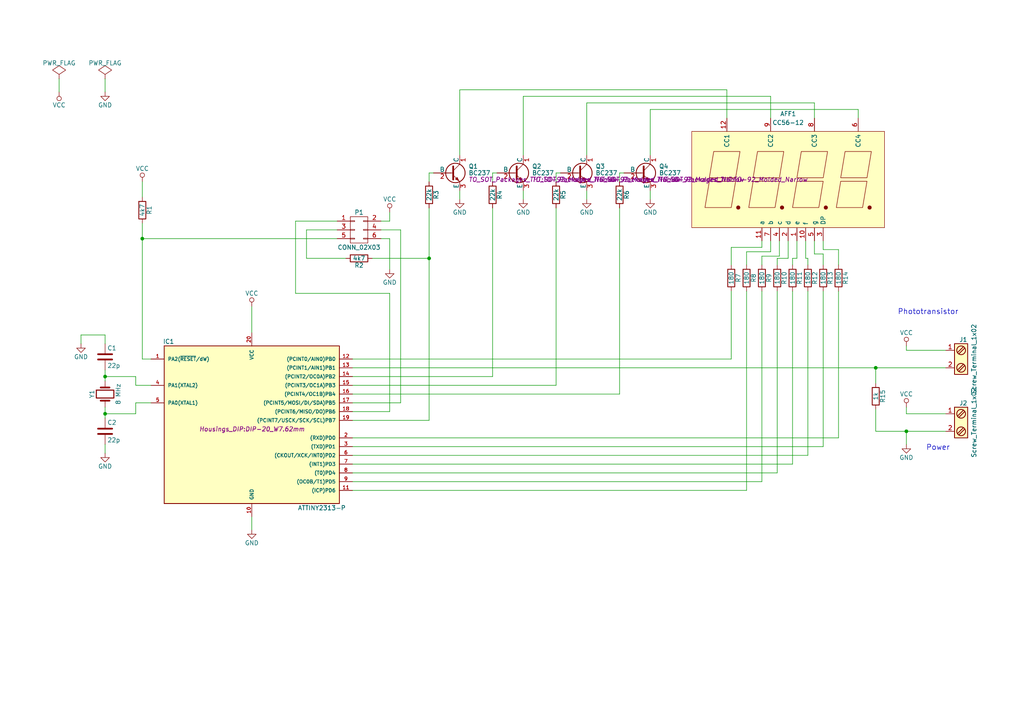
<source format=kicad_sch>
(kicad_sch (version 20211123) (generator eeschema)
  (paper "A4")
  (lib_symbols
    (symbol "powermeter-rescue:ATTINY2313-P" (pin_names (offset 1.016))
      (property "Reference" "IC" (at -24.13 25.4 0))
      (property "Value" "ATTINY2313-P" (at 20.32 -22.86 0))
      (property "Footprint" "DIP20" (at 0 0 0))
      (symbol "ATTINY2313-P_0_1"
        (rectangle (start 25.4 -21.59) (end -25.4 24.13) (stroke (width 0.254)) (fill (type background)))
      )
      (symbol "ATTINY2313-P_1_1"
        (pin input line (at -29.21 20.32 0) (length 3.81) (name "PA2(~{RESET}/dW)") (number "1"))
        (pin power_in line (at 0 -25.4 90) (length 3.81) (name "GND") (number "10"))
        (pin bidirectional line (at 29.21 -17.78 180) (length 3.81) (name "(ICP)PD6") (number "11"))
        (pin bidirectional line (at 29.21 20.32 180) (length 3.81) (name "(PCINT0/AIN0)PB0") (number "12"))
        (pin bidirectional line (at 29.21 17.78 180) (length 3.81) (name "(PCINT1/AIN1)PB1") (number "13"))
        (pin bidirectional line (at 29.21 15.24 180) (length 3.81) (name "(PCINT2/OC0A)PB2") (number "14"))
        (pin bidirectional line (at 29.21 12.7 180) (length 3.81) (name "(PCINT3/OC1A)PB3") (number "15"))
        (pin bidirectional line (at 29.21 10.16 180) (length 3.81) (name "(PCINT4/OC1B)PB4") (number "16"))
        (pin bidirectional line (at 29.21 7.62 180) (length 3.81) (name "(PCINT5/MOSI/DI/SDA)PB5") (number "17"))
        (pin bidirectional line (at 29.21 5.08 180) (length 3.81) (name "(PCINT6/MISO/DO)PB6") (number "18"))
        (pin bidirectional line (at 29.21 2.54 180) (length 3.81) (name "(PCINT7/USCK/SCK/SCL)PB7") (number "19"))
        (pin bidirectional line (at 29.21 -2.54 180) (length 3.81) (name "(RXD)PD0") (number "2"))
        (pin power_in line (at 0 27.94 270) (length 3.81) (name "VCC") (number "20"))
        (pin bidirectional line (at 29.21 -5.08 180) (length 3.81) (name "(TXD)PD1") (number "3"))
        (pin input line (at -29.21 12.7 0) (length 3.81) (name "PA1(XTAL2)") (number "4"))
        (pin input line (at -29.21 7.62 0) (length 3.81) (name "PA0(XTAL1)") (number "5"))
        (pin bidirectional line (at 29.21 -7.62 180) (length 3.81) (name "(CKOUT/XCK/INT0)PD2") (number "6"))
        (pin bidirectional line (at 29.21 -10.16 180) (length 3.81) (name "(INT1)PD3") (number "7"))
        (pin bidirectional line (at 29.21 -12.7 180) (length 3.81) (name "(T0)PD4") (number "8"))
        (pin bidirectional line (at 29.21 -15.24 180) (length 3.81) (name "(OC0B/T1)PD5") (number "9"))
      )
    )
    (symbol "powermeter-rescue:BC237" (pin_names (offset 0))
      (property "Reference" "Q" (at 5.08 1.905 0))
      (property "Value" "BC237" (at 5.08 0 0))
      (property "Footprint" "TO-92" (at 5.08 -1.905 0))
      (symbol "BC237_0_1"
        (polyline (pts (xy 0 0) (xy 0.635 0)))
        (polyline (pts (xy 0.635 0.635) (xy 2.54 2.54)))
        (polyline (pts (xy 0.635 -0.635) (xy 2.54 -2.54) (xy 2.54 -2.54)))
        (polyline (pts (xy 0.635 1.905) (xy 0.635 -1.905) (xy 0.635 -1.905)) (stroke (width 0.508)))
        (polyline (pts (xy 1.27 -1.778) (xy 1.778 -1.27) (xy 2.286 -2.286) (xy 1.27 -1.778) (xy 1.27 -1.778)) (fill (type outline)))
        (circle (center 1.27 0) (radius 2.8194) (stroke (width 0.254)))
      )
      (symbol "BC237_1_1"
        (pin passive line (at 2.54 5.08 270) (length 2.54) (name "C") (number "1"))
        (pin input line (at -5.08 0 0) (length 5.08) (name "B") (number "2"))
        (pin passive line (at 2.54 -5.08 90) (length 2.54) (name "E") (number "3"))
      )
    )
    (symbol "powermeter-rescue:C" (pin_numbers hide) (pin_names (offset 0.254))
      (property "Reference" "C" (at 0.635 2.54 0))
      (property "Value" "C" (at 0.635 -2.54 0))
      (symbol "C_0_1"
        (polyline (pts (xy -2.032 -0.762) (xy 2.032 -0.762)) (stroke (width 0.508)))
        (polyline (pts (xy -2.032 0.762) (xy 2.032 0.762)) (stroke (width 0.508)))
      )
      (symbol "C_1_1"
        (pin passive line (at 0 3.81 270) (length 2.794) (name "~") (number "1"))
        (pin passive line (at 0 -3.81 90) (length 2.794) (name "~") (number "2"))
      )
    )
    (symbol "powermeter-rescue:CC56-12" (pin_names (offset 0.762))
      (property "Reference" "AFF" (at 0 19.05 0))
      (property "Value" "CC56-12" (at 0 16.51 0))
      (symbol "CC56-12_0_1"
        (rectangle (start -27.94 13.97) (end 27.94 -13.97) (fill (type background)))
        (circle (center -14.478 -8.128) (radius 0.508) (fill (type outline)))
        (circle (center -1.778 -8.128) (radius 0.508) (fill (type outline)))
        (polyline (pts (xy -22.86 -0.508) (xy -15.24 -0.508) (xy -16.51 -8.128) (xy -24.13 -8.128) (xy -22.86 -0.508) (xy -22.86 -0.508)))
        (polyline (pts (xy -21.59 8.128) (xy -13.97 8.128) (xy -15.24 0.508) (xy -22.86 0.508) (xy -21.59 8.128) (xy -21.59 8.128)))
        (polyline (pts (xy -10.16 -0.508) (xy -2.54 -0.508) (xy -3.81 -8.128) (xy -11.43 -8.128) (xy -10.16 -0.508) (xy -10.16 -0.508)))
        (polyline (pts (xy -8.89 8.128) (xy -1.27 8.128) (xy -2.54 0.508) (xy -10.16 0.508) (xy -8.89 8.128) (xy -8.89 8.128)))
        (polyline (pts (xy 2.54 -0.508) (xy 10.16 -0.508) (xy 8.89 -8.128) (xy 1.27 -8.128) (xy 2.54 -0.508) (xy 2.54 -0.508)))
        (polyline (pts (xy 3.81 8.128) (xy 11.43 8.128) (xy 10.16 0.508) (xy 2.54 0.508) (xy 3.81 8.128) (xy 3.81 8.128)))
        (polyline (pts (xy 15.24 -0.508) (xy 22.86 -0.508) (xy 21.59 -8.128) (xy 13.97 -8.128) (xy 15.24 -0.508) (xy 15.24 -0.508)))
        (polyline (pts (xy 16.51 8.128) (xy 24.13 8.128) (xy 22.86 0.508) (xy 15.24 0.508) (xy 16.51 8.128) (xy 16.51 8.128)))
        (circle (center 10.922 -8.128) (radius 0.508) (fill (type outline)))
        (circle (center 23.622 -8.128) (radius 0.508) (fill (type outline)))
      )
      (symbol "CC56-12_1_1"
        (pin input line (at 2.54 -17.78 90) (length 3.81) (name "e") (number "1"))
        (pin input line (at 5.08 -17.78 90) (length 3.81) (name "f") (number "10"))
        (pin input line (at -7.62 -17.78 90) (length 3.81) (name "a") (number "11"))
        (pin input line (at -17.78 17.78 270) (length 3.81) (name "CC1") (number "12"))
        (pin input line (at 0 -17.78 90) (length 3.81) (name "d") (number "2"))
        (pin input line (at 10.16 -17.78 90) (length 3.81) (name "DP") (number "3"))
        (pin input line (at -2.54 -17.78 90) (length 3.81) (name "c") (number "4"))
        (pin input line (at 7.62 -17.78 90) (length 3.81) (name "g") (number "5"))
        (pin input line (at 20.32 17.78 270) (length 3.81) (name "CC4") (number "6"))
        (pin input line (at -5.08 -17.78 90) (length 3.81) (name "b") (number "7"))
        (pin input line (at 7.62 17.78 270) (length 3.81) (name "CC3") (number "8"))
        (pin input line (at -5.08 17.78 270) (length 3.81) (name "CC2") (number "9"))
      )
    )
    (symbol "powermeter-rescue:CONN_02X03" (pin_names (offset 0.0254) hide)
      (property "Reference" "P" (at 0 5.08 0))
      (property "Value" "CONN_02X03" (at 0 -5.08 0))
      (symbol "CONN_02X03_0_1"
        (rectangle (start -2.54 -2.413) (end -1.27 -2.667))
        (rectangle (start -2.54 0.127) (end -1.27 -0.127))
        (rectangle (start -2.54 2.667) (end -1.27 2.413))
        (rectangle (start -2.54 3.81) (end 2.54 -3.81))
        (rectangle (start 1.27 -2.413) (end 2.54 -2.667))
        (rectangle (start 1.27 0.127) (end 2.54 -0.127))
        (rectangle (start 1.27 2.667) (end 2.54 2.413))
      )
      (symbol "CONN_02X03_1_1"
        (pin passive line (at -6.35 2.54 0) (length 3.81) (name "P1") (number "1"))
        (pin passive line (at 6.35 2.54 180) (length 3.81) (name "P2") (number "2"))
        (pin passive line (at -6.35 0 0) (length 3.81) (name "P3") (number "3"))
        (pin passive line (at 6.35 0 180) (length 3.81) (name "P4") (number "4"))
        (pin passive line (at -6.35 -2.54 0) (length 3.81) (name "P5") (number "5"))
        (pin passive line (at 6.35 -2.54 180) (length 3.81) (name "P6") (number "6"))
      )
    )
    (symbol "powermeter-rescue:Crystal" (pin_numbers hide) (pin_names (offset 1.016) hide)
      (property "Reference" "Y" (at 0 3.81 0))
      (property "Value" "Crystal" (at 0 -3.81 0))
      (symbol "Crystal_0_1"
        (rectangle (start -1.143 2.54) (end 1.143 -2.54) (stroke (width 0.3048)))
        (polyline (pts (xy -2.54 0) (xy -1.905 0)))
        (polyline (pts (xy -1.905 -1.27) (xy -1.905 1.27)) (stroke (width 0.508)))
        (polyline (pts (xy 1.905 -1.27) (xy 1.905 1.27)) (stroke (width 0.508)))
        (polyline (pts (xy 2.54 0) (xy 1.905 0)))
      )
      (symbol "Crystal_1_1"
        (pin passive line (at -3.81 0 0) (length 1.27) (name "1") (number "1"))
        (pin passive line (at 3.81 0 180) (length 1.27) (name "2") (number "2"))
      )
    )
    (symbol "powermeter-rescue:GND" (power) (pin_names (offset 0))
      (property "Value" "GND" (at 0 -3.81 0))
      (symbol "GND_0_1"
        (polyline (pts (xy 0 0) (xy 0 -1.27) (xy 1.27 -1.27) (xy 0 -2.54) (xy -1.27 -1.27) (xy 0 -1.27)))
      )
      (symbol "GND_1_1"
        (pin power_in line (at 0 0 270) (length 0) hide (name "GND") (number "1"))
      )
    )
    (symbol "powermeter-rescue:PWR_FLAG" (power) (pin_numbers hide) (pin_names (offset 0) hide)
      (property "Value" "PWR_FLAG" (at 0 4.572 0))
      (symbol "PWR_FLAG_0_0"
        (pin power_out line (at 0 0 90) (length 0) (name "pwr") (number "1"))
      )
      (symbol "PWR_FLAG_0_1"
        (polyline (pts (xy 0 0) (xy 0 1.27) (xy -1.905 2.54) (xy 0 3.81) (xy 1.905 2.54) (xy 0 1.27)))
      )
    )
    (symbol "powermeter-rescue:R" (pin_numbers hide) (pin_names (offset 0))
      (property "Reference" "R" (at 2.032 0 90))
      (property "Value" "R" (at 0 0 90))
      (symbol "R_0_1"
        (rectangle (start -1.016 -2.54) (end 1.016 2.54) (stroke (width 0.254)))
      )
      (symbol "R_1_1"
        (pin passive line (at 0 3.81 270) (length 1.27) (name "~") (number "1"))
        (pin passive line (at 0 -3.81 90) (length 1.27) (name "~") (number "2"))
      )
    )
    (symbol "powermeter-rescue:Screw_Terminal_1x02" (pin_names (offset 0.762) hide)
      (property "Reference" "J" (at 0 6.35 0))
      (property "Value" "Screw_Terminal_1x02" (at -3.81 0 90))
      (symbol "Screw_Terminal_1x02_0_1"
        (rectangle (start -1.27 4.445) (end 2.54 -4.445) (stroke (width 0.254)) (fill (type background)))
        (polyline (pts (xy -0.381 -1.905) (xy 1.27 -3.556)) (stroke (width 0.254)))
        (polyline (pts (xy 0 3.556) (xy 1.651 1.905)) (stroke (width 0.254)))
        (polyline (pts (xy 1.27 1.524) (xy -0.381 3.175)) (stroke (width 0.254)))
        (polyline (pts (xy 1.651 -3.175) (xy 0 -1.524)) (stroke (width 0.254)))
        (circle (center 0.635 -2.54) (radius 1.27) (stroke (width 0.254)))
        (circle (center 0.635 2.54) (radius 1.27) (stroke (width 0.254)))
      )
      (symbol "Screw_Terminal_1x02_1_1"
        (pin passive line (at 5.08 2.54 180) (length 2.54) (name "~") (number "1"))
        (pin passive line (at 5.08 -2.54 180) (length 2.54) (name "~") (number "2"))
      )
    )
    (symbol "powermeter-rescue:VCC" (power) (pin_names (offset 0))
      (property "Value" "VCC" (at 0 3.81 0))
      (symbol "VCC_0_1"
        (polyline (pts (xy 0 0) (xy 0 1.27)))
        (circle (center 0 1.905) (radius 0.635))
      )
      (symbol "VCC_1_1"
        (pin power_in line (at 0 0 90) (length 0) hide (name "VCC") (number "1"))
      )
    )
  )
  (junction (at 30.48 109.22))
  (junction (at 262.89 125.095))
  (junction (at 30.48 120.015))
  (junction (at 124.46 74.93))
  (junction (at 41.275 69.215))
  (junction (at 254 106.68))
  (wire (pts (xy 113.03 64.135) (xy 113.03 61.595)))
  (wire (pts (xy 110.49 64.135) (xy 113.03 64.135)))
  (wire (pts (xy 102.235 142.24) (xy 216.535 142.24)))
  (wire (pts (xy 161.29 50.165) (xy 161.29 52.705)))
  (wire (pts (xy 116.205 66.675) (xy 116.205 116.84)))
  (wire (pts (xy 102.235 119.38) (xy 113.03 119.38)))
  (wire (pts (xy 238.76 129.54) (xy 238.76 84.455)))
  (wire (pts (xy 170.18 29.845) (xy 170.18 45.085)))
  (wire (pts (xy 73.025 88.9) (xy 73.025 96.52)))
  (wire (pts (xy 262.89 100.33) (xy 262.89 101.6)))
  (wire (pts (xy 102.235 137.16) (xy 225.425 137.16)))
  (wire (pts (xy 223.52 73.025) (xy 223.52 69.85)))
  (wire (pts (xy 30.48 118.11) (xy 30.48 120.015)))
  (wire (pts (xy 262.89 118.11) (xy 262.89 120.015)))
  (wire (pts (xy 124.46 74.93) (xy 124.46 121.92)))
  (wire (pts (xy 170.18 29.845) (xy 236.22 29.845)))
  (wire (pts (xy 124.46 121.92) (xy 102.235 121.92)))
  (wire (pts (xy 39.37 109.22) (xy 30.48 109.22)))
  (wire (pts (xy 254 106.68) (xy 254 111.125)))
  (wire (pts (xy 30.48 99.695) (xy 30.48 97.155)))
  (wire (pts (xy 228.6 74.93) (xy 228.6 69.85)))
  (wire (pts (xy 254 118.745) (xy 254 125.095)))
  (wire (pts (xy 233.68 74.93) (xy 233.68 69.85)))
  (wire (pts (xy 110.49 69.215) (xy 113.03 69.215)))
  (wire (pts (xy 102.235 106.68) (xy 254 106.68)))
  (wire (pts (xy 133.35 26.035) (xy 210.82 26.035)))
  (wire (pts (xy 30.48 22.86) (xy 30.48 26.67)))
  (wire (pts (xy 102.235 111.76) (xy 161.29 111.76)))
  (wire (pts (xy 144.145 50.165) (xy 142.875 50.165)))
  (wire (pts (xy 107.95 74.93) (xy 124.46 74.93)))
  (wire (pts (xy 88.9 66.675) (xy 97.79 66.675)))
  (wire (pts (xy 225.425 76.835) (xy 225.425 74.93)))
  (wire (pts (xy 188.595 31.75) (xy 188.595 45.085)))
  (wire (pts (xy 170.18 55.245) (xy 170.18 57.785)))
  (wire (pts (xy 188.595 31.75) (xy 248.92 31.75)))
  (wire (pts (xy 88.9 74.93) (xy 88.9 66.675)))
  (wire (pts (xy 248.92 31.75) (xy 248.92 34.29)))
  (wire (pts (xy 133.35 55.245) (xy 133.35 57.785)))
  (wire (pts (xy 161.29 111.76) (xy 161.29 60.325)))
  (wire (pts (xy 151.765 27.94) (xy 151.765 45.085)))
  (wire (pts (xy 102.235 114.3) (xy 179.705 114.3)))
  (wire (pts (xy 151.765 27.94) (xy 223.52 27.94)))
  (wire (pts (xy 41.275 64.77) (xy 41.275 69.215)))
  (wire (pts (xy 110.49 66.675) (xy 116.205 66.675)))
  (wire (pts (xy 124.46 60.325) (xy 124.46 74.93)))
  (wire (pts (xy 234.315 74.93) (xy 233.68 74.93)))
  (wire (pts (xy 41.275 69.215) (xy 41.275 104.14)))
  (wire (pts (xy 180.975 50.165) (xy 179.705 50.165)))
  (wire (pts (xy 188.595 55.245) (xy 188.595 57.785)))
  (wire (pts (xy 102.235 132.08) (xy 234.315 132.08)))
  (wire (pts (xy 43.815 116.84) (xy 39.37 116.84)))
  (wire (pts (xy 212.09 76.835) (xy 212.09 71.755)))
  (wire (pts (xy 102.235 127) (xy 243.205 127)))
  (wire (pts (xy 231.14 74.93) (xy 231.14 69.85)))
  (wire (pts (xy 220.98 71.755) (xy 220.98 69.85)))
  (wire (pts (xy 85.725 64.135) (xy 97.79 64.135)))
  (wire (pts (xy 262.89 125.095) (xy 274.32 125.095)))
  (wire (pts (xy 254 106.68) (xy 274.32 106.68)))
  (wire (pts (xy 125.73 50.165) (xy 124.46 50.165)))
  (wire (pts (xy 262.89 128.905) (xy 262.89 125.095)))
  (wire (pts (xy 113.03 85.09) (xy 85.725 85.09)))
  (wire (pts (xy 216.535 76.835) (xy 216.535 73.025)))
  (wire (pts (xy 223.52 27.94) (xy 223.52 34.29)))
  (wire (pts (xy 226.06 74.295) (xy 226.06 69.85)))
  (wire (pts (xy 179.705 114.3) (xy 179.705 60.325)))
  (wire (pts (xy 100.33 74.93) (xy 88.9 74.93)))
  (wire (pts (xy 220.98 139.7) (xy 220.98 84.455)))
  (wire (pts (xy 236.22 29.845) (xy 236.22 34.29)))
  (wire (pts (xy 216.535 73.025) (xy 223.52 73.025)))
  (wire (pts (xy 238.76 73.66) (xy 236.22 73.66)))
  (wire (pts (xy 39.37 116.84) (xy 39.37 120.015)))
  (wire (pts (xy 30.48 107.315) (xy 30.48 109.22)))
  (wire (pts (xy 39.37 120.015) (xy 30.48 120.015)))
  (wire (pts (xy 113.03 119.38) (xy 113.03 85.09)))
  (wire (pts (xy 102.235 129.54) (xy 238.76 129.54)))
  (wire (pts (xy 262.89 120.015) (xy 274.32 120.015)))
  (wire (pts (xy 30.48 128.905) (xy 30.48 131.445)))
  (wire (pts (xy 162.56 50.165) (xy 161.29 50.165)))
  (wire (pts (xy 73.025 149.86) (xy 73.025 153.67)))
  (wire (pts (xy 17.145 22.86) (xy 17.145 26.67)))
  (wire (pts (xy 179.705 50.165) (xy 179.705 52.705)))
  (wire (pts (xy 30.48 109.22) (xy 30.48 110.49)))
  (wire (pts (xy 102.235 109.22) (xy 142.875 109.22)))
  (wire (pts (xy 212.09 71.755) (xy 220.98 71.755)))
  (wire (pts (xy 234.315 76.835) (xy 234.315 74.93)))
  (wire (pts (xy 142.875 109.22) (xy 142.875 60.325)))
  (wire (pts (xy 102.235 104.14) (xy 212.09 104.14)))
  (wire (pts (xy 124.46 50.165) (xy 124.46 52.705)))
  (wire (pts (xy 212.09 104.14) (xy 212.09 84.455)))
  (wire (pts (xy 116.205 116.84) (xy 102.235 116.84)))
  (wire (pts (xy 142.875 50.165) (xy 142.875 52.705)))
  (wire (pts (xy 234.315 132.08) (xy 234.315 84.455)))
  (wire (pts (xy 39.37 111.76) (xy 39.37 109.22)))
  (wire (pts (xy 225.425 74.93) (xy 228.6 74.93)))
  (wire (pts (xy 236.22 73.66) (xy 236.22 69.85)))
  (wire (pts (xy 229.87 76.835) (xy 229.87 74.93)))
  (wire (pts (xy 23.495 97.155) (xy 23.495 99.695)))
  (wire (pts (xy 238.76 72.39) (xy 238.76 69.85)))
  (wire (pts (xy 102.235 134.62) (xy 229.87 134.62)))
  (wire (pts (xy 85.725 85.09) (xy 85.725 64.135)))
  (wire (pts (xy 216.535 142.24) (xy 216.535 84.455)))
  (wire (pts (xy 243.205 127) (xy 243.205 84.455)))
  (wire (pts (xy 151.765 55.245) (xy 151.765 57.785)))
  (wire (pts (xy 133.35 26.035) (xy 133.35 45.085)))
  (wire (pts (xy 229.87 134.62) (xy 229.87 84.455)))
  (wire (pts (xy 254 125.095) (xy 262.89 125.095)))
  (wire (pts (xy 220.98 74.295) (xy 226.06 74.295)))
  (wire (pts (xy 229.87 74.93) (xy 231.14 74.93)))
  (wire (pts (xy 30.48 97.155) (xy 23.495 97.155)))
  (wire (pts (xy 102.235 139.7) (xy 220.98 139.7)))
  (wire (pts (xy 243.205 76.835) (xy 243.205 72.39)))
  (wire (pts (xy 41.275 57.15) (xy 41.275 52.705)))
  (wire (pts (xy 262.89 101.6) (xy 274.32 101.6)))
  (wire (pts (xy 238.76 76.835) (xy 238.76 73.66)))
  (wire (pts (xy 225.425 137.16) (xy 225.425 84.455)))
  (wire (pts (xy 41.275 104.14) (xy 43.815 104.14)))
  (wire (pts (xy 113.03 69.215) (xy 113.03 78.105)))
  (wire (pts (xy 220.98 76.835) (xy 220.98 74.295)))
  (wire (pts (xy 30.48 120.015) (xy 30.48 121.285)))
  (wire (pts (xy 210.82 26.035) (xy 210.82 34.29)))
  (wire (pts (xy 43.815 111.76) (xy 39.37 111.76)))
  (wire (pts (xy 97.79 69.215) (xy 41.275 69.215)))
  (wire (pts (xy 243.205 72.39) (xy 238.76 72.39)))
  (text "Phototransistor" (at 260.35 91.44 0) (effects (font (size 1.524 1.524)) (justify left bottom)))
  (text "Power" (at 268.605 130.81 0) (effects (font (size 1.524 1.524)) (justify left bottom)))
  (symbol (lib_id "powermeter-rescue:ATTINY2313-P") (at 73.025 124.46 0) (unit 1)
    (property "Reference" "IC1" (at 48.895 99.06 0))
    (property "Value" "ATTINY2313-P" (at 93.345 147.32 0))
    (property "Footprint" "Housings_DIP:DIP-20_W7.62mm" (at 73.025 124.46 0) (effects (font italic)))
  )
  (symbol (lib_id "powermeter-rescue:BC237") (at 130.81 50.165 0) (unit 1)
    (property "Reference" "Q1" (at 135.89 48.26 0) (effects (justify left)))
    (property "Value" "BC237" (at 135.89 50.165 0) (effects (justify left)))
    (property "Footprint" "TO_SOT_Packages_THT:TO-92_Molded_Narrow" (at 135.89 52.07 0) (effects (font italic) (justify left)))
  )
  (symbol (lib_id "powermeter-rescue:CONN_02X03") (at 104.14 66.675 0) (unit 1)
    (property "Reference" "P1" (at 104.14 61.595 0))
    (property "Value" "CONN_02X03" (at 104.14 71.755 0))
    (property "Footprint" "Pin_Headers:Pin_Header_Straight_2x03" (effects hide))
  )
  (symbol (lib_id "powermeter-rescue:BC237") (at 167.64 50.165 0) (unit 1)
    (property "Reference" "Q3" (at 172.72 48.26 0) (effects (justify left)))
    (property "Value" "BC237" (at 172.72 50.165 0) (effects (justify left)))
    (property "Footprint" "TO_SOT_Packages_THT:TO-92_Molded_Narrow" (at 172.72 52.07 0) (effects (font italic) (justify left)))
  )
  (symbol (lib_id "powermeter-rescue:BC237") (at 149.225 50.165 0) (unit 1)
    (property "Reference" "Q2" (at 154.305 48.26 0) (effects (justify left)))
    (property "Value" "BC237" (at 154.305 50.165 0) (effects (justify left)))
    (property "Footprint" "TO_SOT_Packages_THT:TO-92_Molded_Narrow" (at 154.305 52.07 0) (effects (font italic) (justify left)))
  )
  (symbol (lib_id "powermeter-rescue:BC237") (at 186.055 50.165 0) (unit 1)
    (property "Reference" "Q4" (at 191.135 48.26 0) (effects (justify left)))
    (property "Value" "BC237" (at 191.135 50.165 0) (effects (justify left)))
    (property "Footprint" "TO_SOT_Packages_THT:TO-92_Molded_Narrow" (at 191.135 52.07 0) (effects (font italic) (justify left)))
  )
  (symbol (lib_id "powermeter-rescue:R") (at 212.09 80.645 0) (unit 1)
    (property "Reference" "R7" (at 214.122 80.645 90))
    (property "Value" "180" (at 212.09 80.645 90))
    (property "Footprint" "Resistors_THT:Resistor_Horizontal_RM10mm" (effects hide))
  )
  (symbol (lib_id "powermeter-rescue:R") (at 216.535 80.645 0) (unit 1)
    (property "Reference" "R8" (at 218.567 80.645 90))
    (property "Value" "180" (at 216.535 80.645 90))
    (property "Footprint" "Resistors_THT:Resistor_Horizontal_RM10mm" (effects hide))
  )
  (symbol (lib_id "powermeter-rescue:R") (at 220.98 80.645 0) (unit 1)
    (property "Reference" "R9" (at 223.012 80.645 90))
    (property "Value" "180" (at 220.98 80.645 90))
    (property "Footprint" "Resistors_THT:Resistor_Horizontal_RM10mm" (effects hide))
  )
  (symbol (lib_id "powermeter-rescue:R") (at 225.425 80.645 0) (unit 1)
    (property "Reference" "R10" (at 227.457 80.645 90))
    (property "Value" "180" (at 225.425 80.645 90))
    (property "Footprint" "Resistors_THT:Resistor_Horizontal_RM10mm" (effects hide))
  )
  (symbol (lib_id "powermeter-rescue:R") (at 229.87 80.645 0) (unit 1)
    (property "Reference" "R11" (at 231.902 80.645 90))
    (property "Value" "180" (at 229.87 80.645 90))
    (property "Footprint" "Resistors_THT:Resistor_Horizontal_RM10mm" (effects hide))
  )
  (symbol (lib_id "powermeter-rescue:R") (at 234.315 80.645 0) (unit 1)
    (property "Reference" "R12" (at 236.347 80.645 90))
    (property "Value" "180" (at 234.315 80.645 90))
    (property "Footprint" "Resistors_THT:Resistor_Horizontal_RM10mm" (effects hide))
  )
  (symbol (lib_id "powermeter-rescue:R") (at 238.76 80.645 0) (unit 1)
    (property "Reference" "R13" (at 240.792 80.645 90))
    (property "Value" "180" (at 238.76 80.645 90))
    (property "Footprint" "Resistors_THT:Resistor_Horizontal_RM10mm" (effects hide))
  )
  (symbol (lib_id "powermeter-rescue:R") (at 243.205 80.645 0) (unit 1)
    (property "Reference" "R14" (at 245.237 80.645 90))
    (property "Value" "180" (at 243.205 80.645 90))
    (property "Footprint" "Resistors_THT:Resistor_Horizontal_RM10mm" (effects hide))
  )
  (symbol (lib_id "powermeter-rescue:R") (at 124.46 56.515 0) (unit 1)
    (property "Reference" "R3" (at 126.492 56.515 90))
    (property "Value" "22k" (at 124.46 56.515 90))
    (property "Footprint" "Resistors_THT:Resistor_Horizontal_RM10mm" (effects hide))
  )
  (symbol (lib_id "powermeter-rescue:R") (at 142.875 56.515 0) (unit 1)
    (property "Reference" "R4" (at 144.907 56.515 90))
    (property "Value" "22k" (at 142.875 56.515 90))
    (property "Footprint" "Resistors_THT:Resistor_Horizontal_RM10mm" (effects hide))
  )
  (symbol (lib_id "powermeter-rescue:R") (at 104.14 74.93 270) (unit 1)
    (property "Reference" "R2" (at 104.14 76.962 90))
    (property "Value" "4k7" (at 104.14 74.93 90))
    (property "Footprint" "Resistors_THT:Resistor_Horizontal_RM10mm" (effects hide))
  )
  (symbol (lib_id "powermeter-rescue:R") (at 179.705 56.515 0) (unit 1)
    (property "Reference" "R6" (at 181.737 56.515 90))
    (property "Value" "22k" (at 179.705 56.515 90))
    (property "Footprint" "Resistors_THT:Resistor_Horizontal_RM10mm" (effects hide))
  )
  (symbol (lib_id "powermeter-rescue:R") (at 161.29 56.515 0) (unit 1)
    (property "Reference" "R5" (at 163.322 56.515 90))
    (property "Value" "22k" (at 161.29 56.515 90))
    (property "Footprint" "Resistors_THT:Resistor_Horizontal_RM10mm" (effects hide))
  )
  (symbol (lib_id "powermeter-rescue:R") (at 254 114.935 0) (unit 1)
    (property "Reference" "R15" (at 256.032 114.935 90))
    (property "Value" "1k" (at 254 114.935 90))
    (property "Footprint" "Resistors_THT:Resistor_Horizontal_RM10mm" (effects hide))
  )
  (symbol (lib_id "powermeter-rescue:Crystal") (at 30.48 114.3 90) (unit 1)
    (property "Reference" "Y1" (at 26.67 114.3 0))
    (property "Value" "8 MHz" (at 34.29 114.3 0))
    (property "Footprint" "Crystals:Crystal_HC52-U_Vertical" (effects hide))
  )
  (symbol (lib_id "powermeter-rescue:PWR_FLAG") (at 17.145 22.86 0) (unit 1)
    (property "Reference" "#FLG04" (effects hide))
    (property "Value" "PWR_FLAG" (at 17.145 18.288 0))
  )
  (symbol (lib_id "powermeter-rescue:VCC") (at 73.025 88.9 0) (unit 1)
    (property "Reference" "#PWR05" (effects hide))
    (property "Value" "VCC" (at 73.025 85.09 0))
  )
  (symbol (lib_id "powermeter-rescue:GND") (at 73.025 153.67 0) (unit 1)
    (property "Reference" "#PWR06" (effects hide))
    (property "Value" "GND" (at 73.025 157.48 0))
  )
  (symbol (lib_id "powermeter-rescue:C") (at 30.48 125.095 0) (unit 1)
    (property "Reference" "C2" (at 31.115 122.555 0) (effects (justify left)))
    (property "Value" "22p" (at 31.115 127.635 0) (effects (justify left)))
    (property "Footprint" "Capacitors_THT:C_Disc_D6_P5" (effects hide))
  )
  (symbol (lib_id "powermeter-rescue:C") (at 30.48 103.505 0) (unit 1)
    (property "Reference" "C1" (at 31.115 100.965 0) (effects (justify left)))
    (property "Value" "22p" (at 31.115 106.045 0) (effects (justify left)))
    (property "Footprint" "Capacitors_THT:C_Disc_D6_P5" (effects hide))
  )
  (symbol (lib_id "powermeter-rescue:VCC") (at 17.145 26.67 0) (mirror x) (unit 1)
    (property "Reference" "#PWR01" (effects hide))
    (property "Value" "VCC" (at 17.145 30.48 0))
  )
  (symbol (lib_id "powermeter-rescue:GND") (at 30.48 26.67 0) (unit 1)
    (property "Reference" "#PWR02" (effects hide))
    (property "Value" "GND" (at 30.48 30.48 0))
  )
  (symbol (lib_id "powermeter-rescue:GND") (at 30.48 131.445 0) (unit 1)
    (property "Reference" "#PWR07" (effects hide))
    (property "Value" "GND" (at 30.48 135.255 0))
  )
  (symbol (lib_id "powermeter-rescue:GND") (at 23.495 99.695 0) (unit 1)
    (property "Reference" "#PWR08" (effects hide))
    (property "Value" "GND" (at 23.495 103.505 0))
  )
  (symbol (lib_id "powermeter-rescue:PWR_FLAG") (at 30.48 22.86 0) (unit 1)
    (property "Reference" "#FLG03" (effects hide))
    (property "Value" "PWR_FLAG" (at 30.48 18.288 0))
  )
  (symbol (lib_id "powermeter-rescue:GND") (at 151.765 57.785 0) (unit 1)
    (property "Reference" "#PWR09" (effects hide))
    (property "Value" "GND" (at 151.765 61.595 0))
  )
  (symbol (lib_id "powermeter-rescue:GND") (at 133.35 57.785 0) (unit 1)
    (property "Reference" "#PWR010" (effects hide))
    (property "Value" "GND" (at 133.35 61.595 0))
  )
  (symbol (lib_id "powermeter-rescue:GND") (at 170.18 57.785 0) (unit 1)
    (property "Reference" "#PWR011" (effects hide))
    (property "Value" "GND" (at 170.18 61.595 0))
  )
  (symbol (lib_id "powermeter-rescue:GND") (at 188.595 57.785 0) (unit 1)
    (property "Reference" "#PWR012" (effects hide))
    (property "Value" "GND" (at 188.595 61.595 0))
  )
  (symbol (lib_id "powermeter-rescue:VCC") (at 262.89 100.33 0) (unit 1)
    (property "Reference" "#PWR013" (effects hide))
    (property "Value" "VCC" (at 262.89 96.52 0))
  )
  (symbol (lib_id "powermeter-rescue:GND") (at 262.89 128.905 0) (unit 1)
    (property "Reference" "#PWR014" (effects hide))
    (property "Value" "GND" (at 262.89 132.715 0))
  )
  (symbol (lib_id "powermeter-rescue:VCC") (at 262.89 118.11 0) (unit 1)
    (property "Reference" "#PWR015" (effects hide))
    (property "Value" "VCC" (at 262.89 114.3 0))
  )
  (symbol (lib_id "powermeter-rescue:VCC") (at 113.03 61.595 0) (unit 1)
    (property "Reference" "#PWR016" (effects hide))
    (property "Value" "VCC" (at 113.03 57.785 0))
  )
  (symbol (lib_id "powermeter-rescue:GND") (at 113.03 78.105 0) (unit 1)
    (property "Reference" "#PWR017" (effects hide))
    (property "Value" "GND" (at 113.03 81.915 0))
  )
  (symbol (lib_id "powermeter-rescue:R") (at 41.275 60.96 0) (unit 1)
    (property "Reference" "R1" (at 43.307 60.96 90))
    (property "Value" "4k7" (at 41.275 60.96 90))
    (property "Footprint" "Resistors_THT:Resistor_Horizontal_RM10mm" (effects hide))
  )
  (symbol (lib_id "powermeter-rescue:VCC") (at 41.275 52.705 0) (unit 1)
    (property "Reference" "#PWR018" (effects hide))
    (property "Value" "VCC" (at 41.275 48.895 0))
  )
  (symbol (lib_id "powermeter-rescue:CC56-12") (at 228.6 52.07 0) (unit 1)
    (property "Reference" "AFF1" (at 228.6 33.02 0))
    (property "Value" "CC56-12" (at 228.6 35.56 0))
    (property "Footprint" "Displays_7-Segment:Big-Cx56-12" (effects hide))
  )
  (symbol (lib_id "powermeter-rescue:Screw_Terminal_1x02") (at 279.4 104.14 0) (mirror y) (unit 1)
    (property "Reference" "J1" (at 279.4 97.79 0) (effects (justify top)))
    (property "Value" "Screw_Terminal_1x02" (at 283.21 104.14 90) (effects (justify top)))
    (property "Footprint" "Connectors:PINHEAD1-2" (effects hide))
  )
  (symbol (lib_id "powermeter-rescue:Screw_Terminal_1x02") (at 279.4 122.555 0) (mirror y) (unit 1)
    (property "Reference" "J2" (at 279.4 116.205 0) (effects (justify top)))
    (property "Value" "Screw_Terminal_1x02" (at 283.21 122.555 90) (effects (justify top)))
    (property "Footprint" "Connectors:PINHEAD1-2" (effects hide))
  )
)
</source>
